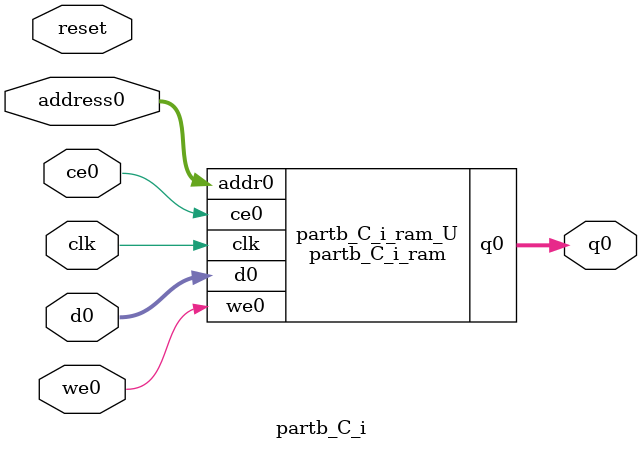
<source format=v>

`timescale 1 ns / 1 ps
module partb_C_i_ram (addr0, ce0, d0, we0, q0,  clk);

parameter DWIDTH = 32;
parameter AWIDTH = 14;
parameter MEM_SIZE = 10000;

input[AWIDTH-1:0] addr0;
input ce0;
input[DWIDTH-1:0] d0;
input we0;
output reg[DWIDTH-1:0] q0;
input clk;

(* ram_style = "block" *)reg [DWIDTH-1:0] ram[0:MEM_SIZE-1];




always @(posedge clk)  
begin 
    if (ce0) 
    begin
        if (we0) 
        begin 
            ram[addr0] <= d0; 
            q0 <= d0;
        end 
        else 
            q0 <= ram[addr0];
    end
end


endmodule


`timescale 1 ns / 1 ps
module partb_C_i(
    reset,
    clk,
    address0,
    ce0,
    we0,
    d0,
    q0);

parameter DataWidth = 32'd32;
parameter AddressRange = 32'd10000;
parameter AddressWidth = 32'd14;
input reset;
input clk;
input[AddressWidth - 1:0] address0;
input ce0;
input we0;
input[DataWidth - 1:0] d0;
output[DataWidth - 1:0] q0;



partb_C_i_ram partb_C_i_ram_U(
    .clk( clk ),
    .addr0( address0 ),
    .ce0( ce0 ),
    .we0( we0 ),
    .d0( d0 ),
    .q0( q0 ));

endmodule


</source>
